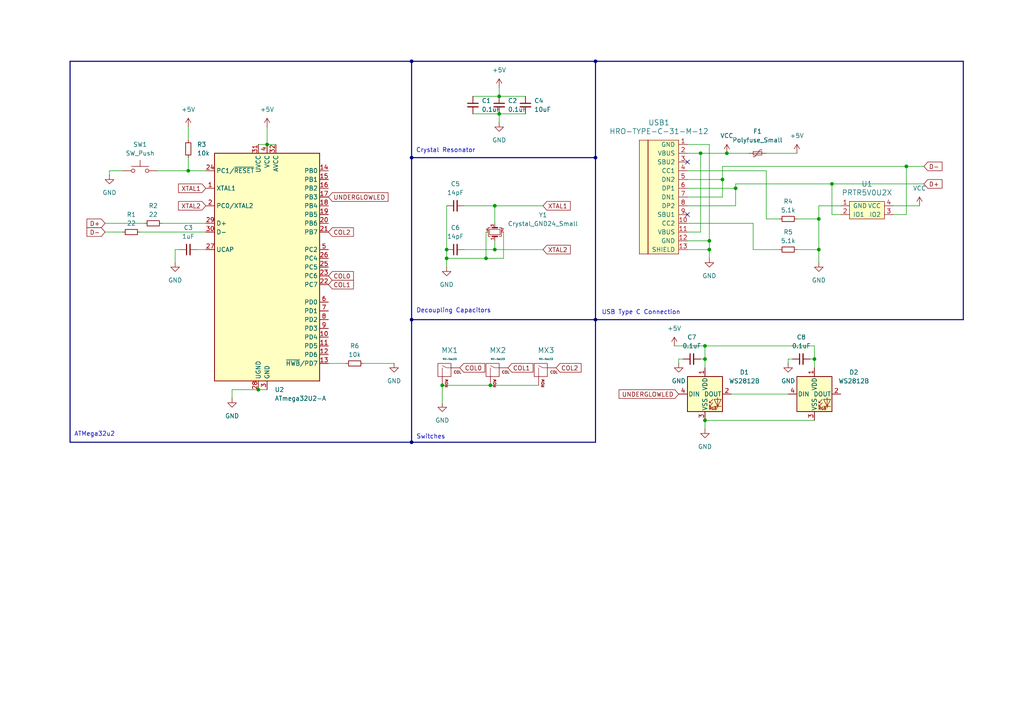
<source format=kicad_sch>
(kicad_sch (version 20231120) (generator "eeschema") (generator_version "8.0")
  (paper "A4")
  (lib_symbols
    (symbol "Device:C_Small" (pin_numbers hide) (pin_names (offset 0.254) hide)
      (property "Reference" "C" (at 0.254 1.778 0))
      (property "Value" "C_Small" (at 0.254 -2.032 0))
      (symbol "C_Small_0_1"
        (polyline (pts (xy -1.524 -0.508) (xy 1.524 -0.508)) (stroke (width 0.3302)))
        (polyline (pts (xy -1.524 0.508) (xy 1.524 0.508)) (stroke (width 0.3048)))
      )
      (symbol "C_Small_1_1"
        (pin passive line (at 0 2.54 270) (length 2.032) (name "~") (number "1"))
        (pin passive line (at 0 -2.54 90) (length 2.032) (name "~") (number "2"))
      )
    )
    (symbol "Device:Crystal_GND24_Small" (pin_names (offset 1.016) hide)
      (property "Reference" "Y" (at 1.27 4.445 0))
      (property "Value" "Crystal_GND24_Small" (at 1.27 2.54 0))
      (symbol "Crystal_GND24_Small_0_1"
        (rectangle (start -0.762 -1.524) (end 0.762 1.524))
        (polyline (pts (xy -1.27 -0.762) (xy -1.27 0.762)) (stroke (width 0.381)))
        (polyline (pts (xy 1.27 -0.762) (xy 1.27 0.762)) (stroke (width 0.381)))
        (polyline (pts (xy -1.27 -1.27) (xy -1.27 -1.905) (xy 1.27 -1.905) (xy 1.27 -1.27)))
        (polyline (pts (xy -1.27 1.27) (xy -1.27 1.905) (xy 1.27 1.905) (xy 1.27 1.27)))
      )
      (symbol "Crystal_GND24_Small_1_1"
        (pin passive line (at -2.54 0 0) (length 1.27) (name "1") (number "1"))
        (pin passive line (at 0 -2.54 90) (length 0.635) (name "2") (number "2"))
        (pin passive line (at 2.54 0 180) (length 1.27) (name "3") (number "3"))
        (pin passive line (at 0 2.54 270) (length 0.635) (name "4") (number "4"))
      )
    )
    (symbol "Device:Polyfuse_Small" (pin_numbers hide) (pin_names (offset 0))
      (property "Reference" "F" (at -1.905 0 90))
      (property "Value" "Polyfuse_Small" (at 1.905 0 90))
      (symbol "Polyfuse_Small_0_1"
        (rectangle (start -0.508 1.27) (end 0.508 -1.27))
        (polyline (pts (xy 0 2.54) (xy 0 -2.54)))
        (polyline (pts (xy -1.016 1.27) (xy -1.016 0.762) (xy 1.016 -0.762) (xy 1.016 -1.27)))
      )
      (symbol "Polyfuse_Small_1_1"
        (pin passive line (at 0 2.54 270) (length 0.635) (name "~") (number "1"))
        (pin passive line (at 0 -2.54 90) (length 0.635) (name "~") (number "2"))
      )
    )
    (symbol "Device:R_Small" (pin_numbers hide) (pin_names (offset 0.254) hide)
      (property "Reference" "R" (at 0.762 0.508 0))
      (property "Value" "R_Small" (at 0.762 -1.016 0))
      (symbol "R_Small_0_1"
        (rectangle (start -0.762 1.778) (end 0.762 -1.778) (stroke (width 0.2032)))
      )
      (symbol "R_Small_1_1"
        (pin passive line (at 0 2.54 270) (length 0.762) (name "~") (number "1"))
        (pin passive line (at 0 -2.54 90) (length 0.762) (name "~") (number "2"))
      )
    )
    (symbol "LED:WS2812B" (pin_names (offset 0.254))
      (property "Reference" "D" (at 5.08 5.715 0))
      (property "Value" "WS2812B" (at 1.27 -5.715 0))
      (symbol "WS2812B_0_0"
        (text "RGB" (at 2.286 -4.191 0) (effects (font (size 0.762 0.762))))
      )
      (symbol "WS2812B_0_1"
        (polyline (pts (xy 1.27 -3.556) (xy 1.778 -3.556)))
        (polyline (pts (xy 1.27 -2.54) (xy 1.778 -2.54)))
        (polyline (pts (xy 4.699 -3.556) (xy 2.667 -3.556)))
        (polyline (pts (xy 2.286 -2.54) (xy 1.27 -3.556) (xy 1.27 -3.048)))
        (polyline (pts (xy 2.286 -1.524) (xy 1.27 -2.54) (xy 1.27 -2.032)))
        (polyline (pts (xy 3.683 -1.016) (xy 3.683 -3.556) (xy 3.683 -4.064)))
        (polyline (pts (xy 4.699 -1.524) (xy 2.667 -1.524) (xy 3.683 -3.556) (xy 4.699 -1.524)))
        (rectangle (start 5.08 5.08) (end -5.08 -5.08) (stroke (width 0.254)) (fill (type background)))
      )
      (symbol "WS2812B_1_1"
        (pin power_in line (at 0 7.62 270) (length 2.54) (name "VDD") (number "1"))
        (pin output line (at 7.62 0 180) (length 2.54) (name "DOUT") (number "2"))
        (pin power_in line (at 0 -7.62 90) (length 2.54) (name "VSS") (number "3"))
        (pin input line (at -7.62 0 0) (length 2.54) (name "DIN") (number "4"))
      )
    )
    (symbol "MCU_Microchip_ATmega:ATmega32U2-A"
      (property "Reference" "U" (at -15.24 34.29 0))
      (property "Value" "ATmega32U2-A" (at 2.54 -34.29 0))
      (symbol "ATmega32U2-A_0_1"
        (rectangle (start -15.24 -33.02) (end 15.24 33.02) (stroke (width 0.254)) (fill (type background)))
      )
      (symbol "ATmega32U2-A_1_1"
        (pin input line (at -17.78 22.86 0) (length 2.54) (name "XTAL1") (number "1"))
        (pin bidirectional line (at 17.78 -20.32 180) (length 2.54) (name "PD4") (number "10"))
        (pin bidirectional line (at 17.78 -22.86 180) (length 2.54) (name "PD5") (number "11"))
        (pin bidirectional line (at 17.78 -25.4 180) (length 2.54) (name "PD6") (number "12"))
        (pin bidirectional line (at 17.78 -27.94 180) (length 2.54) (name "~{HWB}/PD7") (number "13"))
        (pin bidirectional line (at 17.78 27.94 180) (length 2.54) (name "PB0") (number "14"))
        (pin bidirectional line (at 17.78 25.4 180) (length 2.54) (name "PB1") (number "15"))
        (pin bidirectional line (at 17.78 22.86 180) (length 2.54) (name "PB2") (number "16"))
        (pin bidirectional line (at 17.78 20.32 180) (length 2.54) (name "PB3") (number "17"))
        (pin bidirectional line (at 17.78 17.78 180) (length 2.54) (name "PB4") (number "18"))
        (pin bidirectional line (at 17.78 15.24 180) (length 2.54) (name "PB5") (number "19"))
        (pin bidirectional line (at -17.78 17.78 0) (length 2.54) (name "PC0/XTAL2") (number "2"))
        (pin bidirectional line (at 17.78 12.7 180) (length 2.54) (name "PB6") (number "20"))
        (pin bidirectional line (at 17.78 10.16 180) (length 2.54) (name "PB7") (number "21"))
        (pin bidirectional line (at 17.78 -5.08 180) (length 2.54) (name "PC7") (number "22"))
        (pin bidirectional line (at 17.78 -2.54 180) (length 2.54) (name "PC6") (number "23"))
        (pin bidirectional line (at -17.78 27.94 0) (length 2.54) (name "PC1/~{RESET}") (number "24"))
        (pin bidirectional line (at 17.78 0 180) (length 2.54) (name "PC5") (number "25"))
        (pin bidirectional line (at 17.78 2.54 180) (length 2.54) (name "PC4") (number "26"))
        (pin passive line (at -17.78 5.08 0) (length 2.54) (name "UCAP") (number "27"))
        (pin power_in line (at -2.54 -35.56 90) (length 2.54) (name "UGND") (number "28"))
        (pin bidirectional line (at -17.78 12.7 0) (length 2.54) (name "D+") (number "29"))
        (pin power_in line (at 0 -35.56 90) (length 2.54) (name "GND") (number "3"))
        (pin bidirectional line (at -17.78 10.16 0) (length 2.54) (name "D-") (number "30"))
        (pin power_in line (at -2.54 35.56 270) (length 2.54) (name "UVCC") (number "31"))
        (pin power_in line (at 2.54 35.56 270) (length 2.54) (name "AVCC") (number "32"))
        (pin power_in line (at 0 35.56 270) (length 2.54) (name "VCC") (number "4"))
        (pin bidirectional line (at 17.78 5.08 180) (length 2.54) (name "PC2") (number "5"))
        (pin bidirectional line (at 17.78 -10.16 180) (length 2.54) (name "PD0") (number "6"))
        (pin bidirectional line (at 17.78 -12.7 180) (length 2.54) (name "PD1") (number "7"))
        (pin bidirectional line (at 17.78 -15.24 180) (length 2.54) (name "PD2") (number "8"))
        (pin bidirectional line (at 17.78 -17.78 180) (length 2.54) (name "PD3") (number "9"))
      )
    )
    (symbol "MX_Alps_Hybrid:MX-NoLED" (pin_names (offset 1.016))
      (property "Reference" "MX" (at -0.635 3.81 0))
      (property "Value" "MX-NoLED" (at -0.635 1.27 0))
      (symbol "MX-NoLED_0_0"
        (rectangle (start -2.54 2.54) (end 1.27 -1.27))
        (polyline (pts (xy -1.27 -1.27) (xy -1.27 1.27)) (stroke (width 0.127)))
        (polyline (pts (xy 1.27 1.27) (xy 0 1.27) (xy -1.27 1.905)) (stroke (width 0.127)))
        (text "COL" (at 3.175 0 0) (effects (font (size 0.762 0.762))))
        (text "ROW" (at 0 -1.905 900) (effects (font (size 0.762 0.762)) (justify right)))
      )
      (symbol "MX-NoLED_1_1"
        (pin passive line (at 3.81 1.27 180) (length 2.54) (name "COL") (number "1"))
        (pin passive line (at -1.27 -3.81 90) (length 2.54) (name "ROW") (number "2"))
      )
    )
    (symbol "Switch:SW_Push" (pin_numbers hide) (pin_names (offset 1.016) hide)
      (property "Reference" "SW" (at 1.27 2.54 0))
      (property "Value" "SW_Push" (at 0 -1.524 0))
      (symbol "SW_Push_0_1"
        (circle (center -2.032 0) (radius 0.508))
        (polyline (pts (xy 0 1.27) (xy 0 3.048)))
        (polyline (pts (xy 2.54 1.27) (xy -2.54 1.27)))
        (circle (center 2.032 0) (radius 0.508))
        (pin passive line (at -5.08 0 0) (length 2.54) (name "1") (number "1"))
        (pin passive line (at 5.08 0 180) (length 2.54) (name "2") (number "2"))
      )
    )
    (symbol "Type-C:HRO-TYPE-C-31-M-12" (pin_names (offset 1.016))
      (property "Reference" "USB" (at -5.08 16.51 0))
      (property "Value" "HRO-TYPE-C-31-M-12" (at -10.16 -1.27 90))
      (symbol "HRO-TYPE-C-31-M-12_0_1"
        (rectangle (start -11.43 15.24) (end -8.89 -17.78) (fill (type background)))
        (rectangle (start 0 -17.78) (end -8.89 15.24) (fill (type background)))
      )
      (symbol "HRO-TYPE-C-31-M-12_1_1"
        (pin input line (at 2.54 13.97 180) (length 2.54) (name "GND") (number "1"))
        (pin input line (at 2.54 -8.89 180) (length 2.54) (name "CC2") (number "10"))
        (pin input line (at 2.54 -11.43 180) (length 2.54) (name "VBUS") (number "11"))
        (pin input line (at 2.54 -13.97 180) (length 2.54) (name "GND") (number "12"))
        (pin input line (at 2.54 -16.51 180) (length 2.54) (name "SHIELD") (number "13"))
        (pin input line (at 2.54 11.43 180) (length 2.54) (name "VBUS") (number "2"))
        (pin input line (at 2.54 8.89 180) (length 2.54) (name "SBU2") (number "3"))
        (pin input line (at 2.54 6.35 180) (length 2.54) (name "CC1") (number "4"))
        (pin input line (at 2.54 3.81 180) (length 2.54) (name "DN2") (number "5"))
        (pin input line (at 2.54 1.27 180) (length 2.54) (name "DP1") (number "6"))
        (pin input line (at 2.54 -1.27 180) (length 2.54) (name "DN1") (number "7"))
        (pin input line (at 2.54 -3.81 180) (length 2.54) (name "DP2") (number "8"))
        (pin input line (at 2.54 -6.35 180) (length 2.54) (name "SBU1") (number "9"))
      )
    )
    (symbol "power:+5V" (power) (pin_numbers hide) (pin_names (offset 0) hide)
      (property "Value" "+5V" (at 0 3.556 0))
      (symbol "+5V_0_1"
        (polyline (pts (xy -0.762 1.27) (xy 0 2.54)))
        (polyline (pts (xy 0 0) (xy 0 2.54)))
        (polyline (pts (xy 0 2.54) (xy 0.762 1.27)))
      )
      (symbol "+5V_1_1"
        (pin power_in line (at 0 0 90) (length 0) (name "~") (number "1"))
      )
    )
    (symbol "power:GND" (power) (pin_numbers hide) (pin_names (offset 0) hide)
      (property "Value" "GND" (at 0 -3.81 0))
      (symbol "GND_0_1"
        (polyline (pts (xy 0 0) (xy 0 -1.27) (xy 1.27 -1.27) (xy 0 -2.54) (xy -1.27 -1.27) (xy 0 -1.27)))
      )
      (symbol "GND_1_1"
        (pin power_in line (at 0 0 270) (length 0) (name "~") (number "1"))
      )
    )
    (symbol "power:VCC" (power) (pin_numbers hide) (pin_names (offset 0) hide)
      (property "Value" "VCC" (at 0 3.556 0))
      (symbol "VCC_0_1"
        (polyline (pts (xy -0.762 1.27) (xy 0 2.54)))
        (polyline (pts (xy 0 0) (xy 0 2.54)))
        (polyline (pts (xy 0 2.54) (xy 0.762 1.27)))
      )
      (symbol "VCC_1_1"
        (pin power_in line (at 0 0 90) (length 0) (name "~") (number "1"))
      )
    )
    (symbol "random-keyboard-parts:PRTR5V0U2X" (pin_names (offset 1.016))
      (property "Reference" "U" (at 0 3.81 0))
      (property "Value" "PRTR5V0U2X" (at 0 -3.81 0))
      (symbol "PRTR5V0U2X_0_1"
        (rectangle (start -5.08 2.54) (end 5.08 -2.54) (fill (type background)))
      )
      (symbol "PRTR5V0U2X_1_1"
        (pin input line (at -7.62 1.27 0) (length 2.54) (name "GND") (number "1"))
        (pin input line (at -7.62 -1.27 0) (length 2.54) (name "IO1") (number "2"))
        (pin input line (at 7.62 -1.27 180) (length 2.54) (name "IO2") (number "3"))
        (pin input line (at 7.62 1.27 180) (length 2.54) (name "VCC") (number "4"))
      )
    )
  )
  (junction (at 172.72 17.78))
  (junction (at 262.89 48.26))
  (junction (at 77.47 41.91))
  (junction (at 128.27 111.76))
  (junction (at 203.2 44.45))
  (junction (at 119.38 128.27))
  (junction (at 129.54 74.93))
  (junction (at 54.61 49.53))
  (junction (at 236.22 104.14))
  (junction (at 237.49 72.39))
  (junction (at 241.3 53.34))
  (junction (at 172.72 45.72))
  (junction (at 142.24 111.76))
  (junction (at 140.97 74.93))
  (junction (at 143.51 59.69))
  (junction (at 143.51 72.39))
  (junction (at 119.38 45.72))
  (junction (at 144.78 27.94))
  (junction (at 204.47 100.33))
  (junction (at 119.38 92.71))
  (junction (at 204.47 121.92))
  (junction (at 205.74 72.39))
  (junction (at 172.72 92.71))
  (junction (at 213.36 54.61))
  (junction (at 144.78 33.02))
  (junction (at 204.47 104.14))
  (junction (at 210.82 44.45))
  (junction (at 74.93 113.03))
  (junction (at 205.74 69.85))
  (junction (at 209.55 52.07))
  (junction (at 129.54 72.39))
  (junction (at 119.38 17.78))
  (junction (at 237.49 63.5))
  (no_connect (at 199.39 62.23))
  (no_connect (at 199.39 46.99))
  (wire (pts (xy 31.75 49.53) (xy 31.75 50.8)))
  (wire (pts (xy 57.15 72.39) (xy 59.69 72.39)))
  (wire (pts (xy 236.22 106.68) (xy 236.22 104.14)))
  (wire (pts (xy 222.25 63.5) (xy 226.06 63.5)))
  (wire (pts (xy 74.93 113.03) (xy 77.47 113.03)))
  (wire (pts (xy 229.87 104.14) (xy 228.6 104.14)))
  (wire (pts (xy 213.36 53.34) (xy 241.3 53.34)))
  (wire (pts (xy 209.55 48.26) (xy 262.89 48.26)))
  (wire (pts (xy 231.14 63.5) (xy 237.49 63.5)))
  (wire (pts (xy 129.54 74.93) (xy 129.54 77.47)))
  (wire (pts (xy 199.39 44.45) (xy 203.2 44.45)))
  (wire (pts (xy 210.82 44.45) (xy 217.17 44.45)))
  (wire (pts (xy 74.93 41.91) (xy 77.47 41.91)))
  (wire (pts (xy 209.55 48.26) (xy 209.55 52.07)))
  (wire (pts (xy 218.44 72.39) (xy 226.06 72.39)))
  (wire (pts (xy 262.89 48.26) (xy 267.97 48.26)))
  (wire (pts (xy 77.47 36.83) (xy 77.47 41.91)))
  (wire (pts (xy 128.27 111.76) (xy 128.27 116.84)))
  (wire (pts (xy 95.25 105.41) (xy 100.33 105.41)))
  (wire (pts (xy 45.72 49.53) (xy 54.61 49.53)))
  (wire (pts (xy 143.51 69.85) (xy 143.51 72.39)))
  (wire (pts (xy 209.55 52.07) (xy 209.55 57.15)))
  (wire (pts (xy 199.39 41.91) (xy 205.74 41.91)))
  (wire (pts (xy 204.47 104.14) (xy 204.47 100.33)))
  (wire (pts (xy 143.51 59.69) (xy 143.51 64.77)))
  (bus (pts (xy 172.72 92.71) (xy 279.4 92.71)))
  (wire (pts (xy 128.27 111.76) (xy 142.24 111.76)))
  (wire (pts (xy 262.89 62.23) (xy 262.89 48.26)))
  (wire (pts (xy 204.47 100.33) (xy 236.22 100.33)))
  (wire (pts (xy 213.36 53.34) (xy 213.36 54.61)))
  (wire (pts (xy 30.48 64.77) (xy 41.91 64.77)))
  (wire (pts (xy 199.39 52.07) (xy 209.55 52.07)))
  (bus (pts (xy 119.38 92.71) (xy 172.72 92.71)))
  (wire (pts (xy 67.31 113.03) (xy 74.93 113.03)))
  (wire (pts (xy 199.39 72.39) (xy 205.74 72.39)))
  (wire (pts (xy 142.24 111.76) (xy 156.21 111.76)))
  (wire (pts (xy 35.56 49.53) (xy 31.75 49.53)))
  (wire (pts (xy 218.44 64.77) (xy 218.44 72.39)))
  (wire (pts (xy 228.6 104.14) (xy 228.6 105.41)))
  (wire (pts (xy 259.08 62.23) (xy 262.89 62.23)))
  (wire (pts (xy 129.54 74.93) (xy 140.97 74.93)))
  (wire (pts (xy 241.3 53.34) (xy 267.97 53.34)))
  (wire (pts (xy 199.39 64.77) (xy 218.44 64.77)))
  (bus (pts (xy 119.38 45.72) (xy 119.38 92.71)))
  (bus (pts (xy 172.72 45.72) (xy 172.72 92.71)))
  (wire (pts (xy 129.54 72.39) (xy 129.54 74.93)))
  (bus (pts (xy 20.32 128.27) (xy 119.38 128.27)))
  (wire (pts (xy 205.74 41.91) (xy 205.74 69.85)))
  (wire (pts (xy 67.31 113.03) (xy 67.31 115.57)))
  (wire (pts (xy 234.95 104.14) (xy 236.22 104.14)))
  (wire (pts (xy 54.61 45.72) (xy 54.61 49.53)))
  (wire (pts (xy 144.78 25.4) (xy 144.78 27.94)))
  (wire (pts (xy 140.97 67.31) (xy 140.97 74.93)))
  (wire (pts (xy 222.25 49.53) (xy 222.25 63.5)))
  (wire (pts (xy 50.8 72.39) (xy 52.07 72.39)))
  (wire (pts (xy 222.25 44.45) (xy 231.14 44.45)))
  (wire (pts (xy 134.62 72.39) (xy 143.51 72.39)))
  (wire (pts (xy 203.2 44.45) (xy 210.82 44.45)))
  (wire (pts (xy 137.16 33.02) (xy 144.78 33.02)))
  (wire (pts (xy 105.41 105.41) (xy 114.3 105.41)))
  (wire (pts (xy 134.62 59.69) (xy 143.51 59.69)))
  (wire (pts (xy 213.36 54.61) (xy 213.36 59.69)))
  (bus (pts (xy 119.38 128.27) (xy 172.72 128.27)))
  (wire (pts (xy 204.47 121.92) (xy 204.47 124.46)))
  (bus (pts (xy 119.38 45.72) (xy 172.72 45.72)))
  (wire (pts (xy 259.08 59.69) (xy 266.7 59.69)))
  (wire (pts (xy 237.49 63.5) (xy 237.49 72.39)))
  (bus (pts (xy 279.4 17.78) (xy 279.4 92.71)))
  (bus (pts (xy 20.32 17.78) (xy 119.38 17.78)))
  (wire (pts (xy 198.12 104.14) (xy 196.85 104.14)))
  (wire (pts (xy 54.61 36.83) (xy 54.61 40.64)))
  (wire (pts (xy 40.64 67.31) (xy 59.69 67.31)))
  (wire (pts (xy 205.74 72.39) (xy 205.74 74.93)))
  (wire (pts (xy 203.2 67.31) (xy 203.2 44.45)))
  (wire (pts (xy 237.49 59.69) (xy 237.49 63.5)))
  (wire (pts (xy 199.39 57.15) (xy 209.55 57.15)))
  (wire (pts (xy 199.39 59.69) (xy 213.36 59.69)))
  (bus (pts (xy 119.38 92.71) (xy 119.38 128.27)))
  (bus (pts (xy 172.72 45.72) (xy 172.72 17.78)))
  (wire (pts (xy 144.78 27.94) (xy 152.4 27.94)))
  (wire (pts (xy 140.97 74.93) (xy 146.05 74.93)))
  (wire (pts (xy 204.47 106.68) (xy 204.47 104.14)))
  (wire (pts (xy 50.8 76.2) (xy 50.8 72.39)))
  (wire (pts (xy 204.47 121.92) (xy 236.22 121.92)))
  (wire (pts (xy 212.09 114.3) (xy 228.6 114.3)))
  (wire (pts (xy 231.14 72.39) (xy 237.49 72.39)))
  (wire (pts (xy 199.39 67.31) (xy 203.2 67.31)))
  (wire (pts (xy 243.84 59.69) (xy 237.49 59.69)))
  (wire (pts (xy 146.05 67.31) (xy 146.05 74.93)))
  (wire (pts (xy 196.85 104.14) (xy 196.85 105.41)))
  (bus (pts (xy 20.32 17.78) (xy 20.32 128.27)))
  (wire (pts (xy 143.51 72.39) (xy 157.48 72.39)))
  (bus (pts (xy 172.72 17.78) (xy 119.38 17.78)))
  (wire (pts (xy 30.48 67.31) (xy 35.56 67.31)))
  (wire (pts (xy 243.84 62.23) (xy 241.3 62.23)))
  (bus (pts (xy 172.72 92.71) (xy 172.72 128.27)))
  (wire (pts (xy 203.2 104.14) (xy 204.47 104.14)))
  (bus (pts (xy 172.72 17.78) (xy 279.4 17.78)))
  (wire (pts (xy 199.39 54.61) (xy 213.36 54.61)))
  (wire (pts (xy 129.54 59.69) (xy 129.54 72.39)))
  (wire (pts (xy 144.78 33.02) (xy 144.78 35.56)))
  (wire (pts (xy 137.16 27.94) (xy 144.78 27.94)))
  (wire (pts (xy 205.74 69.85) (xy 205.74 72.39)))
  (wire (pts (xy 54.61 49.53) (xy 59.69 49.53)))
  (wire (pts (xy 144.78 33.02) (xy 152.4 33.02)))
  (bus (pts (xy 119.38 17.78) (xy 119.38 45.72)))
  (wire (pts (xy 143.51 59.69) (xy 157.48 59.69)))
  (wire (pts (xy 195.58 100.33) (xy 204.47 100.33)))
  (wire (pts (xy 199.39 49.53) (xy 222.25 49.53)))
  (wire (pts (xy 236.22 104.14) (xy 236.22 100.33)))
  (wire (pts (xy 237.49 76.2) (xy 237.49 72.39)))
  (wire (pts (xy 77.47 41.91) (xy 80.01 41.91)))
  (wire (pts (xy 199.39 69.85) (xy 205.74 69.85)))
  (wire (pts (xy 46.99 64.77) (xy 59.69 64.77)))
  (wire (pts (xy 241.3 62.23) (xy 241.3 53.34)))
  (text "Crystal Resonator\n" (at 129.286 43.688 0) (effects (font (size 1.27 1.27))))
  (text "Decoupling Capacitors\n" (at 131.572 90.17 0) (effects (font (size 1.27 1.27))))
  (text "USB Type C Connection\n" (at 185.928 90.678 0) (effects (font (size 1.27 1.27))))
  (text "Switches\n" (at 124.968 126.746 0) (effects (font (size 1.27 1.27))))
  (text "ATMega32u2\n" (at 27.432 125.984 0) (effects (font (size 1.27 1.27))))
  (global_label "D+" (shape input) (at 267.97 53.34 0) (property "Intersheetrefs" "${INTERSHEET_REFS}" (effects (hide yes))))
  (global_label "XTAL1" (shape input) (at 59.69 54.61 180) (property "Intersheetrefs" "${INTERSHEET_REFS}" (effects (hide yes))))
  (global_label "D+" (shape input) (at 30.48 64.77 180) (property "Intersheetrefs" "${INTERSHEET_REFS}" (effects (hide yes))))
  (global_label "COL2" (shape input) (at 161.29 106.68 0) (property "Intersheetrefs" "${INTERSHEET_REFS}" (effects (hide yes))))
  (global_label "XTAL2" (shape input) (at 59.69 59.69 180) (property "Intersheetrefs" "${INTERSHEET_REFS}" (effects (hide yes))))
  (global_label "UNDERGLOWLED" (shape input) (at 95.25 57.15 0) (property "Intersheetrefs" "${INTERSHEET_REFS}" (effects (hide yes))))
  (global_label "COL0" (shape input) (at 133.35 106.68 0) (property "Intersheetrefs" "${INTERSHEET_REFS}" (effects (hide yes))))
  (global_label "COL1" (shape input) (at 95.25 82.55 0) (property "Intersheetrefs" "${INTERSHEET_REFS}" (effects (hide yes))))
  (global_label "XTAL2" (shape input) (at 157.48 72.39 0) (property "Intersheetrefs" "${INTERSHEET_REFS}" (effects (hide yes))))
  (global_label "COL2" (shape input) (at 95.25 67.31 0) (property "Intersheetrefs" "${INTERSHEET_REFS}" (effects (hide yes))))
  (global_label "D-" (shape input) (at 267.97 48.26 0) (property "Intersheetrefs" "${INTERSHEET_REFS}" (effects (hide yes))))
  (global_label "COL0" (shape input) (at 95.25 80.01 0) (property "Intersheetrefs" "${INTERSHEET_REFS}" (effects (hide yes))))
  (global_label "D-" (shape input) (at 30.48 67.31 180) (property "Intersheetrefs" "${INTERSHEET_REFS}" (effects (hide yes))))
  (global_label "COL1" (shape input) (at 147.32 106.68 0) (property "Intersheetrefs" "${INTERSHEET_REFS}" (effects (hide yes))))
  (global_label "XTAL1" (shape input) (at 157.48 59.69 0) (property "Intersheetrefs" "${INTERSHEET_REFS}" (effects (hide yes))))
  (global_label "UNDERGLOWLED" (shape input) (at 196.85 114.3 180) (property "Intersheetrefs" "${INTERSHEET_REFS}" (effects (hide yes))))
  (symbol (lib_id "Type-C:HRO-TYPE-C-31-M-12") (at 196.85 55.88 0) (unit 1)
    (property "Reference" "USB1" (at 191.135 35.56 0) (effects (font (size 1.524 1.524))))
    (property "Value" "HRO-TYPE-C-31-M-12" (at 191.135 38.1 0) (effects (font (size 1.524 1.524))))
    (property "Footprint" "Type-C:HRO-TYPE-C-31-M-12-HandSoldering" (effects (hide yes)))
  )
  (symbol (lib_id "Device:C_Small") (at 54.61 72.39 90) (unit 1)
    (property "Reference" "C3" (at 54.6163 66.04 90))
    (property "Value" "1uF" (at 54.6163 68.58 90))
    (property "Footprint" "Capacitor_SMD:C_0805_2012Metric_Pad1.18x1.45mm_HandSolder" (effects (hide yes)))
    (property "Description" "Unpolarized capacitor, small symbol" (effects (hide yes)))
  )
  (symbol (lib_id "LED:WS2812B") (at 236.22 114.3 0) (unit 1)
    (property "Reference" "D2" (at 247.65 107.9814 0))
    (property "Value" "WS2812B" (at 247.65 110.5214 0))
    (property "Footprint" "LED_SMD:LED_WS2812B_PLCC4_5.0x5.0mm_P3.2mm" (effects (hide yes)))
    (property "Datasheet" "https://cdn-shop.adafruit.com/datasheets/WS2812B.pdf" (effects (hide yes)))
    (property "Description" "RGB LED with integrated controller" (effects (hide yes)))
  )
  (symbol (lib_id "power:GND") (at 196.85 105.41 0) (unit 1)
    (property "Reference" "#PWR017" (effects (hide yes)))
    (property "Value" "GND" (at 196.85 110.49 0))
    (property "Description" "Power symbol creates a global label with name \"GND\" , ground" (effects (hide yes)))
  )
  (symbol (lib_id "Device:R_Small") (at 38.1 67.31 90) (unit 1)
    (property "Reference" "R1" (at 38.1 62.23 90))
    (property "Value" "22" (at 38.1 64.77 90))
    (property "Footprint" "Resistor_SMD:R_0805_2012Metric_Pad1.20x1.40mm_HandSolder" (effects (hide yes)))
    (property "Description" "Resistor, small symbol" (effects (hide yes)))
  )
  (symbol (lib_id "power:+5V") (at 195.58 100.33 0) (unit 1)
    (property "Reference" "#PWR016" (effects (hide yes)))
    (property "Value" "+5V" (at 195.58 95.25 0))
    (property "Description" "Power symbol creates a global label with name \"+5V\"" (effects (hide yes)))
  )
  (symbol (lib_id "power:GND") (at 228.6 105.41 0) (unit 1)
    (property "Reference" "#PWR019" (effects (hide yes)))
    (property "Value" "GND" (at 228.6 110.49 0))
    (property "Description" "Power symbol creates a global label with name \"GND\" , ground" (effects (hide yes)))
  )
  (symbol (lib_id "Device:R_Small") (at 44.45 64.77 90) (unit 1)
    (property "Reference" "R2" (at 44.45 59.69 90))
    (property "Value" "22" (at 44.45 62.23 90))
    (property "Footprint" "Resistor_SMD:R_0805_2012Metric_Pad1.20x1.40mm_HandSolder" (effects (hide yes)))
    (property "Description" "Resistor, small symbol" (effects (hide yes)))
  )
  (symbol (lib_id "power:GND") (at 204.47 124.46 0) (unit 1)
    (property "Reference" "#PWR018" (effects (hide yes)))
    (property "Value" "GND" (at 204.47 129.54 0))
    (property "Description" "Power symbol creates a global label with name \"GND\" , ground" (effects (hide yes)))
  )
  (symbol (lib_id "power:GND") (at 128.27 116.84 0) (unit 1)
    (property "Reference" "#PWR015" (effects (hide yes)))
    (property "Value" "GND" (at 128.27 121.92 0))
    (property "Description" "Power symbol creates a global label with name \"GND\" , ground" (effects (hide yes)))
  )
  (symbol (lib_id "power:+5V") (at 231.14 44.45 0) (unit 1)
    (property "Reference" "#PWR011" (effects (hide yes)))
    (property "Value" "+5V" (at 231.14 39.37 0))
    (property "Description" "Power symbol creates a global label with name \"+5V\"" (effects (hide yes)))
  )
  (symbol (lib_id "random-keyboard-parts:PRTR5V0U2X") (at 251.46 60.96 0) (unit 1)
    (property "Reference" "U1" (at 251.46 53.34 0) (effects (font (size 1.524 1.524))))
    (property "Value" "PRTR5V0U2X" (at 251.46 55.88 0) (effects (font (size 1.524 1.524))))
    (property "Footprint" "random-keyboard-parts:SOT143B" (effects (hide yes)))
  )
  (symbol (lib_id "power:GND") (at 129.54 77.47 0) (unit 1)
    (property "Reference" "#PWR08" (effects (hide yes)))
    (property "Value" "GND" (at 129.54 82.55 0))
    (property "Description" "Power symbol creates a global label with name \"GND\" , ground" (effects (hide yes)))
  )
  (symbol (lib_id "Device:C_Small") (at 144.78 30.48 0) (unit 1)
    (property "Reference" "C2" (at 147.32 29.2162 0) (effects (justify left)))
    (property "Value" "0.1uF" (at 147.32 31.7562 0) (effects (justify left)))
    (property "Footprint" "Capacitor_SMD:C_0805_2012Metric_Pad1.18x1.45mm_HandSolder" (effects (hide yes)))
    (property "Description" "Unpolarized capacitor, small symbol" (effects (hide yes)))
  )
  (symbol (lib_id "Device:C_Small") (at 232.41 104.14 90) (unit 1)
    (property "Reference" "C8" (at 232.4163 97.79 90))
    (property "Value" "0.1uF" (at 232.4163 100.33 90))
    (property "Footprint" "Capacitor_SMD:C_0805_2012Metric_Pad1.18x1.45mm_HandSolder" (effects (hide yes)))
    (property "Description" "Unpolarized capacitor, small symbol" (effects (hide yes)))
  )
  (symbol (lib_id "power:VCC") (at 210.82 44.45 0) (unit 1)
    (property "Reference" "#PWR010" (effects (hide yes)))
    (property "Value" "VCC" (at 210.82 39.37 0))
    (property "Description" "Power symbol creates a global label with name \"VCC\"" (effects (hide yes)))
  )
  (symbol (lib_id "MX_Alps_Hybrid:MX-NoLED") (at 157.48 107.95 0) (unit 1)
    (property "Reference" "MX3" (at 158.3752 101.6 0) (effects (font (size 1.524 1.524))))
    (property "Value" "MX-NoLED" (at 158.3752 104.14 0) (effects (font (size 0.508 0.508))))
    (property "Footprint" "MX_Only:MXOnly-1U-Hotswap" (effects (hide yes)))
  )
  (symbol (lib_id "Device:C_Small") (at 137.16 30.48 0) (unit 1)
    (property "Reference" "C1" (at 139.7 29.2162 0) (effects (justify left)))
    (property "Value" "0.1uF" (at 139.7 31.7562 0) (effects (justify left)))
    (property "Footprint" "Capacitor_SMD:C_0805_2012Metric_Pad1.18x1.45mm_HandSolder" (effects (hide yes)))
    (property "Description" "Unpolarized capacitor, small symbol" (effects (hide yes)))
  )
  (symbol (lib_id "power:GND") (at 67.31 115.57 0) (unit 1)
    (property "Reference" "#PWR02" (effects (hide yes)))
    (property "Value" "GND" (at 67.31 120.65 0))
    (property "Description" "Power symbol creates a global label with name \"GND\" , ground" (effects (hide yes)))
  )
  (symbol (lib_id "Device:Polyfuse_Small") (at 219.71 44.45 90) (unit 1)
    (property "Reference" "F1" (at 219.71 38.1 90))
    (property "Value" "Polyfuse_Small" (at 219.71 40.64 90))
    (property "Footprint" "Fuse:Fuse_1206_3216Metric_Pad1.42x1.75mm_HandSolder" (effects (hide yes)))
    (property "Description" "Resettable fuse, polymeric positive temperature coefficient, small symbol" (effects (hide yes)))
  )
  (symbol (lib_id "power:GND") (at 237.49 76.2 0) (unit 1)
    (property "Reference" "#PWR012" (effects (hide yes)))
    (property "Value" "GND" (at 237.49 81.28 0))
    (property "Description" "Power symbol creates a global label with name \"GND\" , ground" (effects (hide yes)))
  )
  (symbol (lib_id "Switch:SW_Push") (at 40.64 49.53 0) (unit 1)
    (property "Reference" "SW1" (at 40.64 41.91 0))
    (property "Value" "SW_Push" (at 40.64 44.45 0))
    (property "Footprint" "random-keyboard-parts:SKQGADE010" (effects (hide yes)))
    (property "Description" "Push button switch, generic, two pins" (effects (hide yes)))
  )
  (symbol (lib_id "power:+5V") (at 77.47 36.83 0) (unit 1)
    (property "Reference" "#PWR06" (effects (hide yes)))
    (property "Value" "+5V" (at 77.47 31.75 0))
    (property "Description" "Power symbol creates a global label with name \"+5V\"" (effects (hide yes)))
  )
  (symbol (lib_id "power:GND") (at 114.3 105.41 0) (unit 1)
    (property "Reference" "#PWR014" (effects (hide yes)))
    (property "Value" "GND" (at 114.3 110.49 0))
    (property "Description" "Power symbol creates a global label with name \"GND\" , ground" (effects (hide yes)))
  )
  (symbol (lib_id "power:GND") (at 50.8 76.2 0) (unit 1)
    (property "Reference" "#PWR07" (effects (hide yes)))
    (property "Value" "GND" (at 50.8 81.28 0))
    (property "Description" "Power symbol creates a global label with name \"GND\" , ground" (effects (hide yes)))
  )
  (symbol (lib_id "Device:R_Small") (at 54.61 43.18 0) (unit 1)
    (property "Reference" "R3" (at 57.15 41.9099 0) (effects (justify left)))
    (property "Value" "10k" (at 57.15 44.4499 0) (effects (justify left)))
    (property "Footprint" "Resistor_SMD:R_0805_2012Metric_Pad1.20x1.40mm_HandSolder" (effects (hide yes)))
    (property "Description" "Resistor, small symbol" (effects (hide yes)))
  )
  (symbol (lib_id "MX_Alps_Hybrid:MX-NoLED") (at 143.51 107.95 0) (unit 1)
    (property "Reference" "MX2" (at 144.4052 101.6 0) (effects (font (size 1.524 1.524))))
    (property "Value" "MX-NoLED" (at 144.4052 104.14 0) (effects (font (size 0.508 0.508))))
    (property "Footprint" "MX_Only:MXOnly-1U-Hotswap" (effects (hide yes)))
  )
  (symbol (lib_id "power:VCC") (at 266.7 59.69 0) (unit 1)
    (property "Reference" "#PWR013" (effects (hide yes)))
    (property "Value" "VCC" (at 266.7 54.61 0))
    (property "Description" "Power symbol creates a global label with name \"VCC\"" (effects (hide yes)))
  )
  (symbol (lib_id "Device:C_Small") (at 152.4 30.48 0) (unit 1)
    (property "Reference" "C4" (at 154.94 29.2162 0) (effects (justify left)))
    (property "Value" "10uF" (at 154.94 31.7562 0) (effects (justify left)))
    (property "Footprint" "Capacitor_SMD:C_0805_2012Metric_Pad1.18x1.45mm_HandSolder" (effects (hide yes)))
    (property "Description" "Unpolarized capacitor, small symbol" (effects (hide yes)))
  )
  (symbol (lib_id "Device:R_Small") (at 228.6 63.5 90) (unit 1)
    (property "Reference" "R4" (at 228.6 58.42 90))
    (property "Value" "5.1k" (at 228.6 60.96 90))
    (property "Footprint" "Resistor_SMD:R_0805_2012Metric_Pad1.20x1.40mm_HandSolder" (effects (hide yes)))
    (property "Description" "Resistor, small symbol" (effects (hide yes)))
  )
  (symbol (lib_id "Device:Crystal_GND24_Small") (at 143.51 67.31 90) (unit 1)
    (property "Reference" "Y1" (at 157.48 62.3568 90))
    (property "Value" "Crystal_GND24_Small" (at 157.48 64.8968 90))
    (property "Footprint" "Crystal:Crystal_SMD_3225-4Pin_3.2x2.5mm_HandSoldering" (effects (hide yes)))
    (property "Description" "Four pin crystal, GND on pins 2 and 4, small symbol" (effects (hide yes)))
  )
  (symbol (lib_id "Device:C_Small") (at 132.08 72.39 90) (unit 1)
    (property "Reference" "C6" (at 132.0863 66.04 90))
    (property "Value" "14pF" (at 132.0863 68.58 90))
    (property "Footprint" "Capacitor_SMD:C_0805_2012Metric_Pad1.18x1.45mm_HandSolder" (effects (hide yes)))
    (property "Description" "Unpolarized capacitor, small symbol" (effects (hide yes)))
  )
  (symbol (lib_id "Device:C_Small") (at 132.08 59.69 90) (unit 1)
    (property "Reference" "C5" (at 132.0863 53.34 90))
    (property "Value" "14pF" (at 132.0863 55.88 90))
    (property "Footprint" "Capacitor_SMD:C_0805_2012Metric_Pad1.18x1.45mm_HandSolder" (effects (hide yes)))
    (property "Description" "Unpolarized capacitor, small symbol" (effects (hide yes)))
  )
  (symbol (lib_id "LED:WS2812B") (at 204.47 114.3 0) (unit 1)
    (property "Reference" "D1" (at 215.9 107.9814 0))
    (property "Value" "WS2812B" (at 215.9 110.5214 0))
    (property "Footprint" "LED_SMD:LED_WS2812B_PLCC4_5.0x5.0mm_P3.2mm" (effects (hide yes)))
    (property "Datasheet" "https://cdn-shop.adafruit.com/datasheets/WS2812B.pdf" (effects (hide yes)))
    (property "Description" "RGB LED with integrated controller" (effects (hide yes)))
  )
  (symbol (lib_id "power:GND") (at 205.74 74.93 0) (unit 1)
    (property "Reference" "#PWR09" (effects (hide yes)))
    (property "Value" "GND" (at 205.74 80.01 0))
    (property "Description" "Power symbol creates a global label with name \"GND\" , ground" (effects (hide yes)))
  )
  (symbol (lib_id "MX_Alps_Hybrid:MX-NoLED") (at 129.54 107.95 0) (unit 1)
    (property "Reference" "MX1" (at 130.4352 101.6 0) (effects (font (size 1.524 1.524))))
    (property "Value" "MX-NoLED" (at 130.4352 104.14 0) (effects (font (size 0.508 0.508))))
    (property "Footprint" "MX_Only:MXOnly-1U-Hotswap" (effects (hide yes)))
  )
  (symbol (lib_id "power:GND") (at 31.75 50.8 0) (unit 1)
    (property "Reference" "#PWR05" (effects (hide yes)))
    (property "Value" "GND" (at 31.75 55.88 0))
    (property "Description" "Power symbol creates a global label with name \"GND\" , ground" (effects (hide yes)))
  )
  (symbol (lib_id "Device:R_Small") (at 102.87 105.41 90) (unit 1)
    (property "Reference" "R6" (at 102.87 100.33 90))
    (property "Value" "10k" (at 102.87 102.87 90))
    (property "Footprint" "Resistor_SMD:R_0805_2012Metric_Pad1.20x1.40mm_HandSolder" (effects (hide yes)))
    (property "Description" "Resistor, small symbol" (effects (hide yes)))
  )
  (symbol (lib_id "Device:C_Small") (at 200.66 104.14 90) (unit 1)
    (property "Reference" "C7" (at 200.6663 97.79 90))
    (property "Value" "0.1uF" (at 200.6663 100.33 90))
    (property "Footprint" "Capacitor_SMD:C_0805_2012Metric_Pad1.18x1.45mm_HandSolder" (effects (hide yes)))
    (property "Description" "Unpolarized capacitor, small symbol" (effects (hide yes)))
  )
  (symbol (lib_id "power:+5V") (at 54.61 36.83 0) (unit 1)
    (property "Reference" "#PWR03" (effects (hide yes)))
    (property "Value" "+5V" (at 54.61 31.75 0))
    (property "Description" "Power symbol creates a global label with name \"+5V\"" (effects (hide yes)))
  )
  (symbol (lib_id "Device:R_Small") (at 228.6 72.39 90) (unit 1)
    (property "Reference" "R5" (at 228.6 67.31 90))
    (property "Value" "5.1k" (at 228.6 69.85 90))
    (property "Footprint" "Resistor_SMD:R_0805_2012Metric_Pad1.20x1.40mm_HandSolder" (effects (hide yes)))
    (property "Description" "Resistor, small symbol" (effects (hide yes)))
  )
  (symbol (lib_id "power:+5V") (at 144.78 25.4 0) (unit 1)
    (property "Reference" "#PWR04" (effects (hide yes)))
    (property "Value" "+5V" (at 144.78 20.32 0))
    (property "Description" "Power symbol creates a global label with name \"+5V\"" (effects (hide yes)))
  )
  (symbol (lib_id "MCU_Microchip_ATmega:ATmega32U2-A") (at 77.47 77.47 0) (unit 1)
    (property "Reference" "U2" (at 79.6641 113.03 0) (effects (justify left)))
    (property "Value" "ATmega32U2-A" (at 79.6641 115.57 0) (effects (justify left)))
    (property "Footprint" "Package_QFP:TQFP-32_7x7mm_P0.8mm" (effects (hide yes)))
    (property "Datasheet" "http://ww1.microchip.com/downloads/en/DeviceDoc/doc7799.pdf" (effects (hide yes)))
    (property "Description" "16MHz, 32kB Flash, 1kB SRAM, 1kB EEPROM, TQFP-32" (effects (hide yes)))
  )
  (symbol (lib_id "power:GND") (at 144.78 35.56 0) (unit 1)
    (property "Reference" "#PWR01" (effects (hide yes)))
    (property "Value" "GND" (at 144.78 40.64 0))
    (property "Description" "Power symbol creates a global label with name \"GND\" , ground" (effects (hide yes)))
  )
)
</source>
